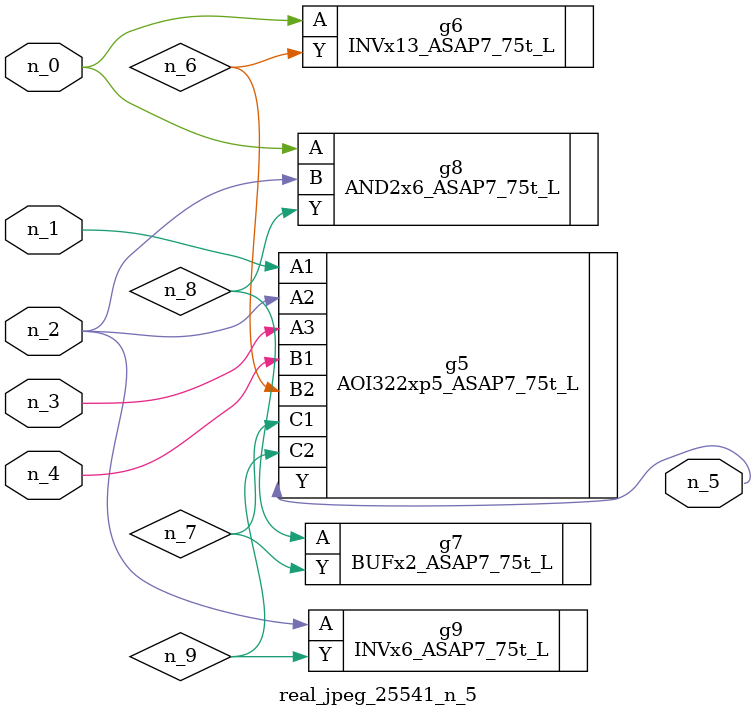
<source format=v>
module real_jpeg_25541_n_5 (n_4, n_0, n_1, n_2, n_3, n_5);

input n_4;
input n_0;
input n_1;
input n_2;
input n_3;

output n_5;

wire n_8;
wire n_6;
wire n_7;
wire n_9;

INVx13_ASAP7_75t_L g6 ( 
.A(n_0),
.Y(n_6)
);

AND2x6_ASAP7_75t_L g8 ( 
.A(n_0),
.B(n_2),
.Y(n_8)
);

AOI322xp5_ASAP7_75t_L g5 ( 
.A1(n_1),
.A2(n_2),
.A3(n_3),
.B1(n_4),
.B2(n_6),
.C1(n_7),
.C2(n_9),
.Y(n_5)
);

INVx6_ASAP7_75t_L g9 ( 
.A(n_2),
.Y(n_9)
);

BUFx2_ASAP7_75t_L g7 ( 
.A(n_8),
.Y(n_7)
);


endmodule
</source>
